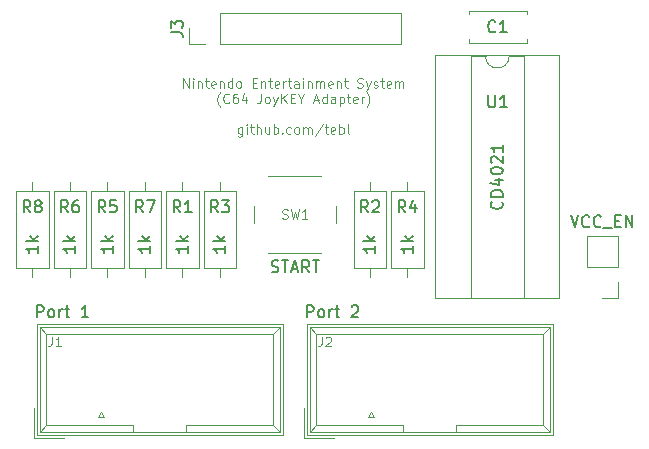
<source format=gto>
G04 #@! TF.GenerationSoftware,KiCad,Pcbnew,(5.1.8)-1*
G04 #@! TF.CreationDate,2022-02-20T21:38:46+01:00*
G04 #@! TF.ProjectId,NES,4e45532e-6b69-4636-9164-5f7063625858,rev?*
G04 #@! TF.SameCoordinates,Original*
G04 #@! TF.FileFunction,Legend,Top*
G04 #@! TF.FilePolarity,Positive*
%FSLAX46Y46*%
G04 Gerber Fmt 4.6, Leading zero omitted, Abs format (unit mm)*
G04 Created by KiCad (PCBNEW (5.1.8)-1) date 2022-02-20 21:38:46*
%MOMM*%
%LPD*%
G01*
G04 APERTURE LIST*
%ADD10C,0.100000*%
%ADD11C,0.120000*%
%ADD12C,0.150000*%
G04 APERTURE END LIST*
D10*
X134703714Y-81977904D02*
X134703714Y-81177904D01*
X135160857Y-81977904D01*
X135160857Y-81177904D01*
X135541809Y-81977904D02*
X135541809Y-81444571D01*
X135541809Y-81177904D02*
X135503714Y-81216000D01*
X135541809Y-81254095D01*
X135579904Y-81216000D01*
X135541809Y-81177904D01*
X135541809Y-81254095D01*
X135922761Y-81444571D02*
X135922761Y-81977904D01*
X135922761Y-81520761D02*
X135960857Y-81482666D01*
X136037047Y-81444571D01*
X136151333Y-81444571D01*
X136227523Y-81482666D01*
X136265619Y-81558857D01*
X136265619Y-81977904D01*
X136532285Y-81444571D02*
X136837047Y-81444571D01*
X136646571Y-81177904D02*
X136646571Y-81863619D01*
X136684666Y-81939809D01*
X136760857Y-81977904D01*
X136837047Y-81977904D01*
X137408476Y-81939809D02*
X137332285Y-81977904D01*
X137179904Y-81977904D01*
X137103714Y-81939809D01*
X137065619Y-81863619D01*
X137065619Y-81558857D01*
X137103714Y-81482666D01*
X137179904Y-81444571D01*
X137332285Y-81444571D01*
X137408476Y-81482666D01*
X137446571Y-81558857D01*
X137446571Y-81635047D01*
X137065619Y-81711238D01*
X137789428Y-81444571D02*
X137789428Y-81977904D01*
X137789428Y-81520761D02*
X137827523Y-81482666D01*
X137903714Y-81444571D01*
X138018000Y-81444571D01*
X138094190Y-81482666D01*
X138132285Y-81558857D01*
X138132285Y-81977904D01*
X138856095Y-81977904D02*
X138856095Y-81177904D01*
X138856095Y-81939809D02*
X138779904Y-81977904D01*
X138627523Y-81977904D01*
X138551333Y-81939809D01*
X138513238Y-81901714D01*
X138475142Y-81825523D01*
X138475142Y-81596952D01*
X138513238Y-81520761D01*
X138551333Y-81482666D01*
X138627523Y-81444571D01*
X138779904Y-81444571D01*
X138856095Y-81482666D01*
X139351333Y-81977904D02*
X139275142Y-81939809D01*
X139237047Y-81901714D01*
X139198952Y-81825523D01*
X139198952Y-81596952D01*
X139237047Y-81520761D01*
X139275142Y-81482666D01*
X139351333Y-81444571D01*
X139465619Y-81444571D01*
X139541809Y-81482666D01*
X139579904Y-81520761D01*
X139618000Y-81596952D01*
X139618000Y-81825523D01*
X139579904Y-81901714D01*
X139541809Y-81939809D01*
X139465619Y-81977904D01*
X139351333Y-81977904D01*
X140570380Y-81558857D02*
X140837047Y-81558857D01*
X140951333Y-81977904D02*
X140570380Y-81977904D01*
X140570380Y-81177904D01*
X140951333Y-81177904D01*
X141294190Y-81444571D02*
X141294190Y-81977904D01*
X141294190Y-81520761D02*
X141332285Y-81482666D01*
X141408476Y-81444571D01*
X141522761Y-81444571D01*
X141598952Y-81482666D01*
X141637047Y-81558857D01*
X141637047Y-81977904D01*
X141903714Y-81444571D02*
X142208476Y-81444571D01*
X142018000Y-81177904D02*
X142018000Y-81863619D01*
X142056095Y-81939809D01*
X142132285Y-81977904D01*
X142208476Y-81977904D01*
X142779904Y-81939809D02*
X142703714Y-81977904D01*
X142551333Y-81977904D01*
X142475142Y-81939809D01*
X142437047Y-81863619D01*
X142437047Y-81558857D01*
X142475142Y-81482666D01*
X142551333Y-81444571D01*
X142703714Y-81444571D01*
X142779904Y-81482666D01*
X142818000Y-81558857D01*
X142818000Y-81635047D01*
X142437047Y-81711238D01*
X143160857Y-81977904D02*
X143160857Y-81444571D01*
X143160857Y-81596952D02*
X143198952Y-81520761D01*
X143237047Y-81482666D01*
X143313238Y-81444571D01*
X143389428Y-81444571D01*
X143541809Y-81444571D02*
X143846571Y-81444571D01*
X143656095Y-81177904D02*
X143656095Y-81863619D01*
X143694190Y-81939809D01*
X143770380Y-81977904D01*
X143846571Y-81977904D01*
X144456095Y-81977904D02*
X144456095Y-81558857D01*
X144418000Y-81482666D01*
X144341809Y-81444571D01*
X144189428Y-81444571D01*
X144113238Y-81482666D01*
X144456095Y-81939809D02*
X144379904Y-81977904D01*
X144189428Y-81977904D01*
X144113238Y-81939809D01*
X144075142Y-81863619D01*
X144075142Y-81787428D01*
X144113238Y-81711238D01*
X144189428Y-81673142D01*
X144379904Y-81673142D01*
X144456095Y-81635047D01*
X144837047Y-81977904D02*
X144837047Y-81444571D01*
X144837047Y-81177904D02*
X144798952Y-81216000D01*
X144837047Y-81254095D01*
X144875142Y-81216000D01*
X144837047Y-81177904D01*
X144837047Y-81254095D01*
X145218000Y-81444571D02*
X145218000Y-81977904D01*
X145218000Y-81520761D02*
X145256095Y-81482666D01*
X145332285Y-81444571D01*
X145446571Y-81444571D01*
X145522761Y-81482666D01*
X145560857Y-81558857D01*
X145560857Y-81977904D01*
X145941809Y-81977904D02*
X145941809Y-81444571D01*
X145941809Y-81520761D02*
X145979904Y-81482666D01*
X146056095Y-81444571D01*
X146170380Y-81444571D01*
X146246571Y-81482666D01*
X146284666Y-81558857D01*
X146284666Y-81977904D01*
X146284666Y-81558857D02*
X146322761Y-81482666D01*
X146398952Y-81444571D01*
X146513238Y-81444571D01*
X146589428Y-81482666D01*
X146627523Y-81558857D01*
X146627523Y-81977904D01*
X147313238Y-81939809D02*
X147237047Y-81977904D01*
X147084666Y-81977904D01*
X147008476Y-81939809D01*
X146970380Y-81863619D01*
X146970380Y-81558857D01*
X147008476Y-81482666D01*
X147084666Y-81444571D01*
X147237047Y-81444571D01*
X147313238Y-81482666D01*
X147351333Y-81558857D01*
X147351333Y-81635047D01*
X146970380Y-81711238D01*
X147694190Y-81444571D02*
X147694190Y-81977904D01*
X147694190Y-81520761D02*
X147732285Y-81482666D01*
X147808476Y-81444571D01*
X147922761Y-81444571D01*
X147998952Y-81482666D01*
X148037047Y-81558857D01*
X148037047Y-81977904D01*
X148303714Y-81444571D02*
X148608476Y-81444571D01*
X148418000Y-81177904D02*
X148418000Y-81863619D01*
X148456095Y-81939809D01*
X148532285Y-81977904D01*
X148608476Y-81977904D01*
X149446571Y-81939809D02*
X149560857Y-81977904D01*
X149751333Y-81977904D01*
X149827523Y-81939809D01*
X149865619Y-81901714D01*
X149903714Y-81825523D01*
X149903714Y-81749333D01*
X149865619Y-81673142D01*
X149827523Y-81635047D01*
X149751333Y-81596952D01*
X149598952Y-81558857D01*
X149522761Y-81520761D01*
X149484666Y-81482666D01*
X149446571Y-81406476D01*
X149446571Y-81330285D01*
X149484666Y-81254095D01*
X149522761Y-81216000D01*
X149598952Y-81177904D01*
X149789428Y-81177904D01*
X149903714Y-81216000D01*
X150170380Y-81444571D02*
X150360857Y-81977904D01*
X150551333Y-81444571D02*
X150360857Y-81977904D01*
X150284666Y-82168380D01*
X150246571Y-82206476D01*
X150170380Y-82244571D01*
X150818000Y-81939809D02*
X150894190Y-81977904D01*
X151046571Y-81977904D01*
X151122761Y-81939809D01*
X151160857Y-81863619D01*
X151160857Y-81825523D01*
X151122761Y-81749333D01*
X151046571Y-81711238D01*
X150932285Y-81711238D01*
X150856095Y-81673142D01*
X150818000Y-81596952D01*
X150818000Y-81558857D01*
X150856095Y-81482666D01*
X150932285Y-81444571D01*
X151046571Y-81444571D01*
X151122761Y-81482666D01*
X151389428Y-81444571D02*
X151694190Y-81444571D01*
X151503714Y-81177904D02*
X151503714Y-81863619D01*
X151541809Y-81939809D01*
X151618000Y-81977904D01*
X151694190Y-81977904D01*
X152265619Y-81939809D02*
X152189428Y-81977904D01*
X152037047Y-81977904D01*
X151960857Y-81939809D01*
X151922761Y-81863619D01*
X151922761Y-81558857D01*
X151960857Y-81482666D01*
X152037047Y-81444571D01*
X152189428Y-81444571D01*
X152265619Y-81482666D01*
X152303714Y-81558857D01*
X152303714Y-81635047D01*
X151922761Y-81711238D01*
X152646571Y-81977904D02*
X152646571Y-81444571D01*
X152646571Y-81520761D02*
X152684666Y-81482666D01*
X152760857Y-81444571D01*
X152875142Y-81444571D01*
X152951333Y-81482666D01*
X152989428Y-81558857D01*
X152989428Y-81977904D01*
X152989428Y-81558857D02*
X153027523Y-81482666D01*
X153103714Y-81444571D01*
X153218000Y-81444571D01*
X153294190Y-81482666D01*
X153332285Y-81558857D01*
X153332285Y-81977904D01*
X137808476Y-83582666D02*
X137770380Y-83544571D01*
X137694190Y-83430285D01*
X137656095Y-83354095D01*
X137618000Y-83239809D01*
X137579904Y-83049333D01*
X137579904Y-82896952D01*
X137618000Y-82706476D01*
X137656095Y-82592190D01*
X137694190Y-82516000D01*
X137770380Y-82401714D01*
X137808476Y-82363619D01*
X138570380Y-83201714D02*
X138532285Y-83239809D01*
X138418000Y-83277904D01*
X138341809Y-83277904D01*
X138227523Y-83239809D01*
X138151333Y-83163619D01*
X138113238Y-83087428D01*
X138075142Y-82935047D01*
X138075142Y-82820761D01*
X138113238Y-82668380D01*
X138151333Y-82592190D01*
X138227523Y-82516000D01*
X138341809Y-82477904D01*
X138418000Y-82477904D01*
X138532285Y-82516000D01*
X138570380Y-82554095D01*
X139256095Y-82477904D02*
X139103714Y-82477904D01*
X139027523Y-82516000D01*
X138989428Y-82554095D01*
X138913238Y-82668380D01*
X138875142Y-82820761D01*
X138875142Y-83125523D01*
X138913238Y-83201714D01*
X138951333Y-83239809D01*
X139027523Y-83277904D01*
X139179904Y-83277904D01*
X139256095Y-83239809D01*
X139294190Y-83201714D01*
X139332285Y-83125523D01*
X139332285Y-82935047D01*
X139294190Y-82858857D01*
X139256095Y-82820761D01*
X139179904Y-82782666D01*
X139027523Y-82782666D01*
X138951333Y-82820761D01*
X138913238Y-82858857D01*
X138875142Y-82935047D01*
X140018000Y-82744571D02*
X140018000Y-83277904D01*
X139827523Y-82439809D02*
X139637047Y-83011238D01*
X140132285Y-83011238D01*
X141275142Y-82477904D02*
X141275142Y-83049333D01*
X141237047Y-83163619D01*
X141160857Y-83239809D01*
X141046571Y-83277904D01*
X140970380Y-83277904D01*
X141770380Y-83277904D02*
X141694190Y-83239809D01*
X141656095Y-83201714D01*
X141618000Y-83125523D01*
X141618000Y-82896952D01*
X141656095Y-82820761D01*
X141694190Y-82782666D01*
X141770380Y-82744571D01*
X141884666Y-82744571D01*
X141960857Y-82782666D01*
X141998952Y-82820761D01*
X142037047Y-82896952D01*
X142037047Y-83125523D01*
X141998952Y-83201714D01*
X141960857Y-83239809D01*
X141884666Y-83277904D01*
X141770380Y-83277904D01*
X142303714Y-82744571D02*
X142494190Y-83277904D01*
X142684666Y-82744571D02*
X142494190Y-83277904D01*
X142418000Y-83468380D01*
X142379904Y-83506476D01*
X142303714Y-83544571D01*
X142989428Y-83277904D02*
X142989428Y-82477904D01*
X143446571Y-83277904D02*
X143103714Y-82820761D01*
X143446571Y-82477904D02*
X142989428Y-82935047D01*
X143789428Y-82858857D02*
X144056095Y-82858857D01*
X144170380Y-83277904D02*
X143789428Y-83277904D01*
X143789428Y-82477904D01*
X144170380Y-82477904D01*
X144665619Y-82896952D02*
X144665619Y-83277904D01*
X144398952Y-82477904D02*
X144665619Y-82896952D01*
X144932285Y-82477904D01*
X145770380Y-83049333D02*
X146151333Y-83049333D01*
X145694190Y-83277904D02*
X145960857Y-82477904D01*
X146227523Y-83277904D01*
X146837047Y-83277904D02*
X146837047Y-82477904D01*
X146837047Y-83239809D02*
X146760857Y-83277904D01*
X146608476Y-83277904D01*
X146532285Y-83239809D01*
X146494190Y-83201714D01*
X146456095Y-83125523D01*
X146456095Y-82896952D01*
X146494190Y-82820761D01*
X146532285Y-82782666D01*
X146608476Y-82744571D01*
X146760857Y-82744571D01*
X146837047Y-82782666D01*
X147560857Y-83277904D02*
X147560857Y-82858857D01*
X147522761Y-82782666D01*
X147446571Y-82744571D01*
X147294190Y-82744571D01*
X147218000Y-82782666D01*
X147560857Y-83239809D02*
X147484666Y-83277904D01*
X147294190Y-83277904D01*
X147218000Y-83239809D01*
X147179904Y-83163619D01*
X147179904Y-83087428D01*
X147218000Y-83011238D01*
X147294190Y-82973142D01*
X147484666Y-82973142D01*
X147560857Y-82935047D01*
X147941809Y-82744571D02*
X147941809Y-83544571D01*
X147941809Y-82782666D02*
X148018000Y-82744571D01*
X148170380Y-82744571D01*
X148246571Y-82782666D01*
X148284666Y-82820761D01*
X148322761Y-82896952D01*
X148322761Y-83125523D01*
X148284666Y-83201714D01*
X148246571Y-83239809D01*
X148170380Y-83277904D01*
X148018000Y-83277904D01*
X147941809Y-83239809D01*
X148551333Y-82744571D02*
X148856095Y-82744571D01*
X148665619Y-82477904D02*
X148665619Y-83163619D01*
X148703714Y-83239809D01*
X148779904Y-83277904D01*
X148856095Y-83277904D01*
X149427523Y-83239809D02*
X149351333Y-83277904D01*
X149198952Y-83277904D01*
X149122761Y-83239809D01*
X149084666Y-83163619D01*
X149084666Y-82858857D01*
X149122761Y-82782666D01*
X149198952Y-82744571D01*
X149351333Y-82744571D01*
X149427523Y-82782666D01*
X149465619Y-82858857D01*
X149465619Y-82935047D01*
X149084666Y-83011238D01*
X149808476Y-83277904D02*
X149808476Y-82744571D01*
X149808476Y-82896952D02*
X149846571Y-82820761D01*
X149884666Y-82782666D01*
X149960857Y-82744571D01*
X150037047Y-82744571D01*
X150227523Y-83582666D02*
X150265619Y-83544571D01*
X150341809Y-83430285D01*
X150379904Y-83354095D01*
X150418000Y-83239809D01*
X150456095Y-83049333D01*
X150456095Y-82896952D01*
X150418000Y-82706476D01*
X150379904Y-82592190D01*
X150341809Y-82516000D01*
X150265619Y-82401714D01*
X150227523Y-82363619D01*
X139694190Y-85344571D02*
X139694190Y-85992190D01*
X139656095Y-86068380D01*
X139618000Y-86106476D01*
X139541809Y-86144571D01*
X139427523Y-86144571D01*
X139351333Y-86106476D01*
X139694190Y-85839809D02*
X139618000Y-85877904D01*
X139465619Y-85877904D01*
X139389428Y-85839809D01*
X139351333Y-85801714D01*
X139313238Y-85725523D01*
X139313238Y-85496952D01*
X139351333Y-85420761D01*
X139389428Y-85382666D01*
X139465619Y-85344571D01*
X139618000Y-85344571D01*
X139694190Y-85382666D01*
X140075142Y-85877904D02*
X140075142Y-85344571D01*
X140075142Y-85077904D02*
X140037047Y-85116000D01*
X140075142Y-85154095D01*
X140113238Y-85116000D01*
X140075142Y-85077904D01*
X140075142Y-85154095D01*
X140341809Y-85344571D02*
X140646571Y-85344571D01*
X140456095Y-85077904D02*
X140456095Y-85763619D01*
X140494190Y-85839809D01*
X140570380Y-85877904D01*
X140646571Y-85877904D01*
X140913238Y-85877904D02*
X140913238Y-85077904D01*
X141256095Y-85877904D02*
X141256095Y-85458857D01*
X141218000Y-85382666D01*
X141141809Y-85344571D01*
X141027523Y-85344571D01*
X140951333Y-85382666D01*
X140913238Y-85420761D01*
X141979904Y-85344571D02*
X141979904Y-85877904D01*
X141637047Y-85344571D02*
X141637047Y-85763619D01*
X141675142Y-85839809D01*
X141751333Y-85877904D01*
X141865619Y-85877904D01*
X141941809Y-85839809D01*
X141979904Y-85801714D01*
X142360857Y-85877904D02*
X142360857Y-85077904D01*
X142360857Y-85382666D02*
X142437047Y-85344571D01*
X142589428Y-85344571D01*
X142665619Y-85382666D01*
X142703714Y-85420761D01*
X142741809Y-85496952D01*
X142741809Y-85725523D01*
X142703714Y-85801714D01*
X142665619Y-85839809D01*
X142589428Y-85877904D01*
X142437047Y-85877904D01*
X142360857Y-85839809D01*
X143084666Y-85801714D02*
X143122761Y-85839809D01*
X143084666Y-85877904D01*
X143046571Y-85839809D01*
X143084666Y-85801714D01*
X143084666Y-85877904D01*
X143808476Y-85839809D02*
X143732285Y-85877904D01*
X143579904Y-85877904D01*
X143503714Y-85839809D01*
X143465619Y-85801714D01*
X143427523Y-85725523D01*
X143427523Y-85496952D01*
X143465619Y-85420761D01*
X143503714Y-85382666D01*
X143579904Y-85344571D01*
X143732285Y-85344571D01*
X143808476Y-85382666D01*
X144265619Y-85877904D02*
X144189428Y-85839809D01*
X144151333Y-85801714D01*
X144113238Y-85725523D01*
X144113238Y-85496952D01*
X144151333Y-85420761D01*
X144189428Y-85382666D01*
X144265619Y-85344571D01*
X144379904Y-85344571D01*
X144456095Y-85382666D01*
X144494190Y-85420761D01*
X144532285Y-85496952D01*
X144532285Y-85725523D01*
X144494190Y-85801714D01*
X144456095Y-85839809D01*
X144379904Y-85877904D01*
X144265619Y-85877904D01*
X144875142Y-85877904D02*
X144875142Y-85344571D01*
X144875142Y-85420761D02*
X144913238Y-85382666D01*
X144989428Y-85344571D01*
X145103714Y-85344571D01*
X145179904Y-85382666D01*
X145218000Y-85458857D01*
X145218000Y-85877904D01*
X145218000Y-85458857D02*
X145256095Y-85382666D01*
X145332285Y-85344571D01*
X145446571Y-85344571D01*
X145522761Y-85382666D01*
X145560857Y-85458857D01*
X145560857Y-85877904D01*
X146513238Y-85039809D02*
X145827523Y-86068380D01*
X146665619Y-85344571D02*
X146970380Y-85344571D01*
X146779904Y-85077904D02*
X146779904Y-85763619D01*
X146818000Y-85839809D01*
X146894190Y-85877904D01*
X146970380Y-85877904D01*
X147541809Y-85839809D02*
X147465619Y-85877904D01*
X147313238Y-85877904D01*
X147237047Y-85839809D01*
X147198952Y-85763619D01*
X147198952Y-85458857D01*
X147237047Y-85382666D01*
X147313238Y-85344571D01*
X147465619Y-85344571D01*
X147541809Y-85382666D01*
X147579904Y-85458857D01*
X147579904Y-85535047D01*
X147198952Y-85611238D01*
X147922761Y-85877904D02*
X147922761Y-85077904D01*
X147922761Y-85382666D02*
X147998952Y-85344571D01*
X148151333Y-85344571D01*
X148227523Y-85382666D01*
X148265619Y-85420761D01*
X148303714Y-85496952D01*
X148303714Y-85725523D01*
X148265619Y-85801714D01*
X148227523Y-85839809D01*
X148151333Y-85877904D01*
X147998952Y-85877904D01*
X147922761Y-85839809D01*
X148760857Y-85877904D02*
X148684666Y-85839809D01*
X148646571Y-85763619D01*
X148646571Y-85077904D01*
D11*
X150808500Y-109835438D02*
X150308500Y-109835438D01*
X150308500Y-109835438D02*
X150558500Y-109402425D01*
X150558500Y-109402425D02*
X150808500Y-109835438D01*
X144895000Y-111605000D02*
X144895000Y-109065000D01*
X144895000Y-111605000D02*
X147435000Y-111605000D01*
X145145000Y-111355000D02*
X145145000Y-102005000D01*
X166005000Y-111355000D02*
X145145000Y-111355000D01*
X166005000Y-102005000D02*
X166005000Y-111355000D01*
X145145000Y-102005000D02*
X166005000Y-102005000D01*
D10*
X165755000Y-111105000D02*
X165195000Y-110555000D01*
X145395000Y-111105000D02*
X145935000Y-110555000D01*
X165755000Y-102255000D02*
X165195000Y-102805000D01*
X145395000Y-102255000D02*
X145935000Y-102805000D01*
X165195000Y-102805000D02*
X165195000Y-110555000D01*
X165755000Y-102255000D02*
X165755000Y-111105000D01*
X145935000Y-102805000D02*
X145935000Y-110555000D01*
X145395000Y-102255000D02*
X145395000Y-111105000D01*
X157825000Y-110555000D02*
X157825000Y-111105000D01*
X153325000Y-110555000D02*
X153325000Y-111105000D01*
X157825000Y-110555000D02*
X165195000Y-110555000D01*
X145935000Y-110555000D02*
X153325000Y-110555000D01*
X145395000Y-111105000D02*
X165755000Y-111105000D01*
X145935000Y-102805000D02*
X165195000Y-102805000D01*
X145395000Y-102255000D02*
X165755000Y-102255000D01*
D11*
X158860000Y-75780000D02*
X158860000Y-75465000D01*
X158860000Y-78205000D02*
X158860000Y-77890000D01*
X163800000Y-75780000D02*
X163800000Y-75465000D01*
X163800000Y-78205000D02*
X163800000Y-77890000D01*
X163800000Y-75465000D02*
X158860000Y-75465000D01*
X163800000Y-78205000D02*
X158860000Y-78205000D01*
X127948500Y-109835438D02*
X127448500Y-109835438D01*
X127448500Y-109835438D02*
X127698500Y-109402425D01*
X127698500Y-109402425D02*
X127948500Y-109835438D01*
X122035000Y-111605000D02*
X122035000Y-109065000D01*
X122035000Y-111605000D02*
X124575000Y-111605000D01*
X122285000Y-111355000D02*
X122285000Y-102005000D01*
X143145000Y-111355000D02*
X122285000Y-111355000D01*
X143145000Y-102005000D02*
X143145000Y-111355000D01*
X122285000Y-102005000D02*
X143145000Y-102005000D01*
D10*
X142895000Y-111105000D02*
X142335000Y-110555000D01*
X122535000Y-111105000D02*
X123075000Y-110555000D01*
X142895000Y-102255000D02*
X142335000Y-102805000D01*
X122535000Y-102255000D02*
X123075000Y-102805000D01*
X142335000Y-102805000D02*
X142335000Y-110555000D01*
X142895000Y-102255000D02*
X142895000Y-111105000D01*
X123075000Y-102805000D02*
X123075000Y-110555000D01*
X122535000Y-102255000D02*
X122535000Y-111105000D01*
X134965000Y-110555000D02*
X134965000Y-111105000D01*
X130465000Y-110555000D02*
X130465000Y-111105000D01*
X134965000Y-110555000D02*
X142335000Y-110555000D01*
X123075000Y-110555000D02*
X130465000Y-110555000D01*
X122535000Y-111105000D02*
X142895000Y-111105000D01*
X123075000Y-102805000D02*
X142335000Y-102805000D01*
X122535000Y-102255000D02*
X142895000Y-102255000D01*
D11*
X141895000Y-95960000D02*
X146395000Y-95960000D01*
X140645000Y-91960000D02*
X140645000Y-93460000D01*
X146395000Y-89460000D02*
X141895000Y-89460000D01*
X147645000Y-93460000D02*
X147645000Y-91960000D01*
X171510000Y-94555000D02*
X168850000Y-94555000D01*
X171510000Y-97155000D02*
X171510000Y-94555000D01*
X168850000Y-97155000D02*
X168850000Y-94555000D01*
X171510000Y-97155000D02*
X168850000Y-97155000D01*
X171510000Y-98425000D02*
X171510000Y-99755000D01*
X171510000Y-99755000D02*
X170180000Y-99755000D01*
X135990000Y-90710000D02*
X133250000Y-90710000D01*
X133250000Y-90710000D02*
X133250000Y-97250000D01*
X133250000Y-97250000D02*
X135990000Y-97250000D01*
X135990000Y-97250000D02*
X135990000Y-90710000D01*
X134620000Y-89940000D02*
X134620000Y-90710000D01*
X134620000Y-98020000D02*
X134620000Y-97250000D01*
X150495000Y-98020000D02*
X150495000Y-97250000D01*
X150495000Y-89940000D02*
X150495000Y-90710000D01*
X151865000Y-97250000D02*
X151865000Y-90710000D01*
X149125000Y-97250000D02*
X151865000Y-97250000D01*
X149125000Y-90710000D02*
X149125000Y-97250000D01*
X151865000Y-90710000D02*
X149125000Y-90710000D01*
X139165000Y-90710000D02*
X136425000Y-90710000D01*
X136425000Y-90710000D02*
X136425000Y-97250000D01*
X136425000Y-97250000D02*
X139165000Y-97250000D01*
X139165000Y-97250000D02*
X139165000Y-90710000D01*
X137795000Y-89940000D02*
X137795000Y-90710000D01*
X137795000Y-98020000D02*
X137795000Y-97250000D01*
X153670000Y-98020000D02*
X153670000Y-97250000D01*
X153670000Y-89940000D02*
X153670000Y-90710000D01*
X155040000Y-97250000D02*
X155040000Y-90710000D01*
X152300000Y-97250000D02*
X155040000Y-97250000D01*
X152300000Y-90710000D02*
X152300000Y-97250000D01*
X155040000Y-90710000D02*
X152300000Y-90710000D01*
X129640000Y-90710000D02*
X126900000Y-90710000D01*
X126900000Y-90710000D02*
X126900000Y-97250000D01*
X126900000Y-97250000D02*
X129640000Y-97250000D01*
X129640000Y-97250000D02*
X129640000Y-90710000D01*
X128270000Y-89940000D02*
X128270000Y-90710000D01*
X128270000Y-98020000D02*
X128270000Y-97250000D01*
X125095000Y-98020000D02*
X125095000Y-97250000D01*
X125095000Y-89940000D02*
X125095000Y-90710000D01*
X126465000Y-97250000D02*
X126465000Y-90710000D01*
X123725000Y-97250000D02*
X126465000Y-97250000D01*
X123725000Y-90710000D02*
X123725000Y-97250000D01*
X126465000Y-90710000D02*
X123725000Y-90710000D01*
X132815000Y-90710000D02*
X130075000Y-90710000D01*
X130075000Y-90710000D02*
X130075000Y-97250000D01*
X130075000Y-97250000D02*
X132815000Y-97250000D01*
X132815000Y-97250000D02*
X132815000Y-90710000D01*
X131445000Y-89940000D02*
X131445000Y-90710000D01*
X131445000Y-98020000D02*
X131445000Y-97250000D01*
X121920000Y-98020000D02*
X121920000Y-97250000D01*
X121920000Y-89940000D02*
X121920000Y-90710000D01*
X123290000Y-97250000D02*
X123290000Y-90710000D01*
X120550000Y-97250000D02*
X123290000Y-97250000D01*
X120550000Y-90710000D02*
X120550000Y-97250000D01*
X123290000Y-90710000D02*
X120550000Y-90710000D01*
X166540000Y-79255000D02*
X156040000Y-79255000D01*
X166540000Y-99815000D02*
X166540000Y-79255000D01*
X156040000Y-99815000D02*
X166540000Y-99815000D01*
X156040000Y-79255000D02*
X156040000Y-99815000D01*
X163540000Y-79315000D02*
X162290000Y-79315000D01*
X163540000Y-99755000D02*
X163540000Y-79315000D01*
X159040000Y-99755000D02*
X163540000Y-99755000D01*
X159040000Y-79315000D02*
X159040000Y-99755000D01*
X160290000Y-79315000D02*
X159040000Y-79315000D01*
X162290000Y-79315000D02*
G75*
G02*
X160290000Y-79315000I-1000000J0D01*
G01*
X135195000Y-78292000D02*
X135195000Y-76962000D01*
X136525000Y-78292000D02*
X135195000Y-78292000D01*
X137795000Y-78292000D02*
X137795000Y-75632000D01*
X137795000Y-75632000D02*
X153095000Y-75632000D01*
X137795000Y-78292000D02*
X153095000Y-78292000D01*
X153095000Y-78292000D02*
X153095000Y-75632000D01*
D10*
X146418333Y-103066904D02*
X146418333Y-103638333D01*
X146380238Y-103752619D01*
X146304047Y-103828809D01*
X146189761Y-103866904D01*
X146113571Y-103866904D01*
X146761190Y-103143095D02*
X146799285Y-103105000D01*
X146875476Y-103066904D01*
X147065952Y-103066904D01*
X147142142Y-103105000D01*
X147180238Y-103143095D01*
X147218333Y-103219285D01*
X147218333Y-103295476D01*
X147180238Y-103409761D01*
X146723095Y-103866904D01*
X147218333Y-103866904D01*
D12*
X145153333Y-101417380D02*
X145153333Y-100417380D01*
X145534285Y-100417380D01*
X145629523Y-100465000D01*
X145677142Y-100512619D01*
X145724761Y-100607857D01*
X145724761Y-100750714D01*
X145677142Y-100845952D01*
X145629523Y-100893571D01*
X145534285Y-100941190D01*
X145153333Y-100941190D01*
X146296190Y-101417380D02*
X146200952Y-101369761D01*
X146153333Y-101322142D01*
X146105714Y-101226904D01*
X146105714Y-100941190D01*
X146153333Y-100845952D01*
X146200952Y-100798333D01*
X146296190Y-100750714D01*
X146439047Y-100750714D01*
X146534285Y-100798333D01*
X146581904Y-100845952D01*
X146629523Y-100941190D01*
X146629523Y-101226904D01*
X146581904Y-101322142D01*
X146534285Y-101369761D01*
X146439047Y-101417380D01*
X146296190Y-101417380D01*
X147058095Y-101417380D02*
X147058095Y-100750714D01*
X147058095Y-100941190D02*
X147105714Y-100845952D01*
X147153333Y-100798333D01*
X147248571Y-100750714D01*
X147343809Y-100750714D01*
X147534285Y-100750714D02*
X147915238Y-100750714D01*
X147677142Y-100417380D02*
X147677142Y-101274523D01*
X147724761Y-101369761D01*
X147820000Y-101417380D01*
X147915238Y-101417380D01*
X148962857Y-100512619D02*
X149010476Y-100465000D01*
X149105714Y-100417380D01*
X149343809Y-100417380D01*
X149439047Y-100465000D01*
X149486666Y-100512619D01*
X149534285Y-100607857D01*
X149534285Y-100703095D01*
X149486666Y-100845952D01*
X148915238Y-101417380D01*
X149534285Y-101417380D01*
X161123333Y-77192142D02*
X161075714Y-77239761D01*
X160932857Y-77287380D01*
X160837619Y-77287380D01*
X160694761Y-77239761D01*
X160599523Y-77144523D01*
X160551904Y-77049285D01*
X160504285Y-76858809D01*
X160504285Y-76715952D01*
X160551904Y-76525476D01*
X160599523Y-76430238D01*
X160694761Y-76335000D01*
X160837619Y-76287380D01*
X160932857Y-76287380D01*
X161075714Y-76335000D01*
X161123333Y-76382619D01*
X162075714Y-77287380D02*
X161504285Y-77287380D01*
X161790000Y-77287380D02*
X161790000Y-76287380D01*
X161694761Y-76430238D01*
X161599523Y-76525476D01*
X161504285Y-76573095D01*
D10*
X123558333Y-103066904D02*
X123558333Y-103638333D01*
X123520238Y-103752619D01*
X123444047Y-103828809D01*
X123329761Y-103866904D01*
X123253571Y-103866904D01*
X124358333Y-103866904D02*
X123901190Y-103866904D01*
X124129761Y-103866904D02*
X124129761Y-103066904D01*
X124053571Y-103181190D01*
X123977380Y-103257380D01*
X123901190Y-103295476D01*
D12*
X122293333Y-101417380D02*
X122293333Y-100417380D01*
X122674285Y-100417380D01*
X122769523Y-100465000D01*
X122817142Y-100512619D01*
X122864761Y-100607857D01*
X122864761Y-100750714D01*
X122817142Y-100845952D01*
X122769523Y-100893571D01*
X122674285Y-100941190D01*
X122293333Y-100941190D01*
X123436190Y-101417380D02*
X123340952Y-101369761D01*
X123293333Y-101322142D01*
X123245714Y-101226904D01*
X123245714Y-100941190D01*
X123293333Y-100845952D01*
X123340952Y-100798333D01*
X123436190Y-100750714D01*
X123579047Y-100750714D01*
X123674285Y-100798333D01*
X123721904Y-100845952D01*
X123769523Y-100941190D01*
X123769523Y-101226904D01*
X123721904Y-101322142D01*
X123674285Y-101369761D01*
X123579047Y-101417380D01*
X123436190Y-101417380D01*
X124198095Y-101417380D02*
X124198095Y-100750714D01*
X124198095Y-100941190D02*
X124245714Y-100845952D01*
X124293333Y-100798333D01*
X124388571Y-100750714D01*
X124483809Y-100750714D01*
X124674285Y-100750714D02*
X125055238Y-100750714D01*
X124817142Y-100417380D02*
X124817142Y-101274523D01*
X124864761Y-101369761D01*
X124960000Y-101417380D01*
X125055238Y-101417380D01*
X126674285Y-101417380D02*
X126102857Y-101417380D01*
X126388571Y-101417380D02*
X126388571Y-100417380D01*
X126293333Y-100560238D01*
X126198095Y-100655476D01*
X126102857Y-100703095D01*
X142168809Y-97564761D02*
X142311666Y-97612380D01*
X142549761Y-97612380D01*
X142645000Y-97564761D01*
X142692619Y-97517142D01*
X142740238Y-97421904D01*
X142740238Y-97326666D01*
X142692619Y-97231428D01*
X142645000Y-97183809D01*
X142549761Y-97136190D01*
X142359285Y-97088571D01*
X142264047Y-97040952D01*
X142216428Y-96993333D01*
X142168809Y-96898095D01*
X142168809Y-96802857D01*
X142216428Y-96707619D01*
X142264047Y-96660000D01*
X142359285Y-96612380D01*
X142597380Y-96612380D01*
X142740238Y-96660000D01*
X143025952Y-96612380D02*
X143597380Y-96612380D01*
X143311666Y-97612380D02*
X143311666Y-96612380D01*
X143883095Y-97326666D02*
X144359285Y-97326666D01*
X143787857Y-97612380D02*
X144121190Y-96612380D01*
X144454523Y-97612380D01*
X145359285Y-97612380D02*
X145025952Y-97136190D01*
X144787857Y-97612380D02*
X144787857Y-96612380D01*
X145168809Y-96612380D01*
X145264047Y-96660000D01*
X145311666Y-96707619D01*
X145359285Y-96802857D01*
X145359285Y-96945714D01*
X145311666Y-97040952D01*
X145264047Y-97088571D01*
X145168809Y-97136190D01*
X144787857Y-97136190D01*
X145645000Y-96612380D02*
X146216428Y-96612380D01*
X145930714Y-97612380D02*
X145930714Y-96612380D01*
D10*
X143078333Y-93033809D02*
X143192619Y-93071904D01*
X143383095Y-93071904D01*
X143459285Y-93033809D01*
X143497380Y-92995714D01*
X143535476Y-92919523D01*
X143535476Y-92843333D01*
X143497380Y-92767142D01*
X143459285Y-92729047D01*
X143383095Y-92690952D01*
X143230714Y-92652857D01*
X143154523Y-92614761D01*
X143116428Y-92576666D01*
X143078333Y-92500476D01*
X143078333Y-92424285D01*
X143116428Y-92348095D01*
X143154523Y-92310000D01*
X143230714Y-92271904D01*
X143421190Y-92271904D01*
X143535476Y-92310000D01*
X143802142Y-92271904D02*
X143992619Y-93071904D01*
X144145000Y-92500476D01*
X144297380Y-93071904D01*
X144487857Y-92271904D01*
X145211666Y-93071904D02*
X144754523Y-93071904D01*
X144983095Y-93071904D02*
X144983095Y-92271904D01*
X144906904Y-92386190D01*
X144830714Y-92462380D01*
X144754523Y-92500476D01*
D12*
X167489523Y-92797380D02*
X167822857Y-93797380D01*
X168156190Y-92797380D01*
X169060952Y-93702142D02*
X169013333Y-93749761D01*
X168870476Y-93797380D01*
X168775238Y-93797380D01*
X168632380Y-93749761D01*
X168537142Y-93654523D01*
X168489523Y-93559285D01*
X168441904Y-93368809D01*
X168441904Y-93225952D01*
X168489523Y-93035476D01*
X168537142Y-92940238D01*
X168632380Y-92845000D01*
X168775238Y-92797380D01*
X168870476Y-92797380D01*
X169013333Y-92845000D01*
X169060952Y-92892619D01*
X170060952Y-93702142D02*
X170013333Y-93749761D01*
X169870476Y-93797380D01*
X169775238Y-93797380D01*
X169632380Y-93749761D01*
X169537142Y-93654523D01*
X169489523Y-93559285D01*
X169441904Y-93368809D01*
X169441904Y-93225952D01*
X169489523Y-93035476D01*
X169537142Y-92940238D01*
X169632380Y-92845000D01*
X169775238Y-92797380D01*
X169870476Y-92797380D01*
X170013333Y-92845000D01*
X170060952Y-92892619D01*
X170251428Y-93892619D02*
X171013333Y-93892619D01*
X171251428Y-93273571D02*
X171584761Y-93273571D01*
X171727619Y-93797380D02*
X171251428Y-93797380D01*
X171251428Y-92797380D01*
X171727619Y-92797380D01*
X172156190Y-93797380D02*
X172156190Y-92797380D01*
X172727619Y-93797380D01*
X172727619Y-92797380D01*
X134453333Y-92527380D02*
X134120000Y-92051190D01*
X133881904Y-92527380D02*
X133881904Y-91527380D01*
X134262857Y-91527380D01*
X134358095Y-91575000D01*
X134405714Y-91622619D01*
X134453333Y-91717857D01*
X134453333Y-91860714D01*
X134405714Y-91955952D01*
X134358095Y-92003571D01*
X134262857Y-92051190D01*
X133881904Y-92051190D01*
X135405714Y-92527380D02*
X134834285Y-92527380D01*
X135120000Y-92527380D02*
X135120000Y-91527380D01*
X135024761Y-91670238D01*
X134929523Y-91765476D01*
X134834285Y-91813095D01*
X135072380Y-95369047D02*
X135072380Y-95940476D01*
X135072380Y-95654761D02*
X134072380Y-95654761D01*
X134215238Y-95750000D01*
X134310476Y-95845238D01*
X134358095Y-95940476D01*
X135072380Y-94940476D02*
X134072380Y-94940476D01*
X134691428Y-94845238D02*
X135072380Y-94559523D01*
X134405714Y-94559523D02*
X134786666Y-94940476D01*
X150328333Y-92527380D02*
X149995000Y-92051190D01*
X149756904Y-92527380D02*
X149756904Y-91527380D01*
X150137857Y-91527380D01*
X150233095Y-91575000D01*
X150280714Y-91622619D01*
X150328333Y-91717857D01*
X150328333Y-91860714D01*
X150280714Y-91955952D01*
X150233095Y-92003571D01*
X150137857Y-92051190D01*
X149756904Y-92051190D01*
X150709285Y-91622619D02*
X150756904Y-91575000D01*
X150852142Y-91527380D01*
X151090238Y-91527380D01*
X151185476Y-91575000D01*
X151233095Y-91622619D01*
X151280714Y-91717857D01*
X151280714Y-91813095D01*
X151233095Y-91955952D01*
X150661666Y-92527380D01*
X151280714Y-92527380D01*
X150947380Y-95369047D02*
X150947380Y-95940476D01*
X150947380Y-95654761D02*
X149947380Y-95654761D01*
X150090238Y-95750000D01*
X150185476Y-95845238D01*
X150233095Y-95940476D01*
X150947380Y-94940476D02*
X149947380Y-94940476D01*
X150566428Y-94845238D02*
X150947380Y-94559523D01*
X150280714Y-94559523D02*
X150661666Y-94940476D01*
X137628333Y-92527380D02*
X137295000Y-92051190D01*
X137056904Y-92527380D02*
X137056904Y-91527380D01*
X137437857Y-91527380D01*
X137533095Y-91575000D01*
X137580714Y-91622619D01*
X137628333Y-91717857D01*
X137628333Y-91860714D01*
X137580714Y-91955952D01*
X137533095Y-92003571D01*
X137437857Y-92051190D01*
X137056904Y-92051190D01*
X137961666Y-91527380D02*
X138580714Y-91527380D01*
X138247380Y-91908333D01*
X138390238Y-91908333D01*
X138485476Y-91955952D01*
X138533095Y-92003571D01*
X138580714Y-92098809D01*
X138580714Y-92336904D01*
X138533095Y-92432142D01*
X138485476Y-92479761D01*
X138390238Y-92527380D01*
X138104523Y-92527380D01*
X138009285Y-92479761D01*
X137961666Y-92432142D01*
X138247380Y-95369047D02*
X138247380Y-95940476D01*
X138247380Y-95654761D02*
X137247380Y-95654761D01*
X137390238Y-95750000D01*
X137485476Y-95845238D01*
X137533095Y-95940476D01*
X138247380Y-94940476D02*
X137247380Y-94940476D01*
X137866428Y-94845238D02*
X138247380Y-94559523D01*
X137580714Y-94559523D02*
X137961666Y-94940476D01*
X153503333Y-92527380D02*
X153170000Y-92051190D01*
X152931904Y-92527380D02*
X152931904Y-91527380D01*
X153312857Y-91527380D01*
X153408095Y-91575000D01*
X153455714Y-91622619D01*
X153503333Y-91717857D01*
X153503333Y-91860714D01*
X153455714Y-91955952D01*
X153408095Y-92003571D01*
X153312857Y-92051190D01*
X152931904Y-92051190D01*
X154360476Y-91860714D02*
X154360476Y-92527380D01*
X154122380Y-91479761D02*
X153884285Y-92194047D01*
X154503333Y-92194047D01*
X154122380Y-95369047D02*
X154122380Y-95940476D01*
X154122380Y-95654761D02*
X153122380Y-95654761D01*
X153265238Y-95750000D01*
X153360476Y-95845238D01*
X153408095Y-95940476D01*
X154122380Y-94940476D02*
X153122380Y-94940476D01*
X153741428Y-94845238D02*
X154122380Y-94559523D01*
X153455714Y-94559523D02*
X153836666Y-94940476D01*
X128103333Y-92527380D02*
X127770000Y-92051190D01*
X127531904Y-92527380D02*
X127531904Y-91527380D01*
X127912857Y-91527380D01*
X128008095Y-91575000D01*
X128055714Y-91622619D01*
X128103333Y-91717857D01*
X128103333Y-91860714D01*
X128055714Y-91955952D01*
X128008095Y-92003571D01*
X127912857Y-92051190D01*
X127531904Y-92051190D01*
X129008095Y-91527380D02*
X128531904Y-91527380D01*
X128484285Y-92003571D01*
X128531904Y-91955952D01*
X128627142Y-91908333D01*
X128865238Y-91908333D01*
X128960476Y-91955952D01*
X129008095Y-92003571D01*
X129055714Y-92098809D01*
X129055714Y-92336904D01*
X129008095Y-92432142D01*
X128960476Y-92479761D01*
X128865238Y-92527380D01*
X128627142Y-92527380D01*
X128531904Y-92479761D01*
X128484285Y-92432142D01*
X128722380Y-95369047D02*
X128722380Y-95940476D01*
X128722380Y-95654761D02*
X127722380Y-95654761D01*
X127865238Y-95750000D01*
X127960476Y-95845238D01*
X128008095Y-95940476D01*
X128722380Y-94940476D02*
X127722380Y-94940476D01*
X128341428Y-94845238D02*
X128722380Y-94559523D01*
X128055714Y-94559523D02*
X128436666Y-94940476D01*
X124928333Y-92527380D02*
X124595000Y-92051190D01*
X124356904Y-92527380D02*
X124356904Y-91527380D01*
X124737857Y-91527380D01*
X124833095Y-91575000D01*
X124880714Y-91622619D01*
X124928333Y-91717857D01*
X124928333Y-91860714D01*
X124880714Y-91955952D01*
X124833095Y-92003571D01*
X124737857Y-92051190D01*
X124356904Y-92051190D01*
X125785476Y-91527380D02*
X125595000Y-91527380D01*
X125499761Y-91575000D01*
X125452142Y-91622619D01*
X125356904Y-91765476D01*
X125309285Y-91955952D01*
X125309285Y-92336904D01*
X125356904Y-92432142D01*
X125404523Y-92479761D01*
X125499761Y-92527380D01*
X125690238Y-92527380D01*
X125785476Y-92479761D01*
X125833095Y-92432142D01*
X125880714Y-92336904D01*
X125880714Y-92098809D01*
X125833095Y-92003571D01*
X125785476Y-91955952D01*
X125690238Y-91908333D01*
X125499761Y-91908333D01*
X125404523Y-91955952D01*
X125356904Y-92003571D01*
X125309285Y-92098809D01*
X125547380Y-95369047D02*
X125547380Y-95940476D01*
X125547380Y-95654761D02*
X124547380Y-95654761D01*
X124690238Y-95750000D01*
X124785476Y-95845238D01*
X124833095Y-95940476D01*
X125547380Y-94940476D02*
X124547380Y-94940476D01*
X125166428Y-94845238D02*
X125547380Y-94559523D01*
X124880714Y-94559523D02*
X125261666Y-94940476D01*
X131278333Y-92527380D02*
X130945000Y-92051190D01*
X130706904Y-92527380D02*
X130706904Y-91527380D01*
X131087857Y-91527380D01*
X131183095Y-91575000D01*
X131230714Y-91622619D01*
X131278333Y-91717857D01*
X131278333Y-91860714D01*
X131230714Y-91955952D01*
X131183095Y-92003571D01*
X131087857Y-92051190D01*
X130706904Y-92051190D01*
X131611666Y-91527380D02*
X132278333Y-91527380D01*
X131849761Y-92527380D01*
X131897380Y-95369047D02*
X131897380Y-95940476D01*
X131897380Y-95654761D02*
X130897380Y-95654761D01*
X131040238Y-95750000D01*
X131135476Y-95845238D01*
X131183095Y-95940476D01*
X131897380Y-94940476D02*
X130897380Y-94940476D01*
X131516428Y-94845238D02*
X131897380Y-94559523D01*
X131230714Y-94559523D02*
X131611666Y-94940476D01*
X121753333Y-92527380D02*
X121420000Y-92051190D01*
X121181904Y-92527380D02*
X121181904Y-91527380D01*
X121562857Y-91527380D01*
X121658095Y-91575000D01*
X121705714Y-91622619D01*
X121753333Y-91717857D01*
X121753333Y-91860714D01*
X121705714Y-91955952D01*
X121658095Y-92003571D01*
X121562857Y-92051190D01*
X121181904Y-92051190D01*
X122324761Y-91955952D02*
X122229523Y-91908333D01*
X122181904Y-91860714D01*
X122134285Y-91765476D01*
X122134285Y-91717857D01*
X122181904Y-91622619D01*
X122229523Y-91575000D01*
X122324761Y-91527380D01*
X122515238Y-91527380D01*
X122610476Y-91575000D01*
X122658095Y-91622619D01*
X122705714Y-91717857D01*
X122705714Y-91765476D01*
X122658095Y-91860714D01*
X122610476Y-91908333D01*
X122515238Y-91955952D01*
X122324761Y-91955952D01*
X122229523Y-92003571D01*
X122181904Y-92051190D01*
X122134285Y-92146428D01*
X122134285Y-92336904D01*
X122181904Y-92432142D01*
X122229523Y-92479761D01*
X122324761Y-92527380D01*
X122515238Y-92527380D01*
X122610476Y-92479761D01*
X122658095Y-92432142D01*
X122705714Y-92336904D01*
X122705714Y-92146428D01*
X122658095Y-92051190D01*
X122610476Y-92003571D01*
X122515238Y-91955952D01*
X122372380Y-95369047D02*
X122372380Y-95940476D01*
X122372380Y-95654761D02*
X121372380Y-95654761D01*
X121515238Y-95750000D01*
X121610476Y-95845238D01*
X121658095Y-95940476D01*
X122372380Y-94940476D02*
X121372380Y-94940476D01*
X121991428Y-94845238D02*
X122372380Y-94559523D01*
X121705714Y-94559523D02*
X122086666Y-94940476D01*
X160528095Y-82637380D02*
X160528095Y-83446904D01*
X160575714Y-83542142D01*
X160623333Y-83589761D01*
X160718571Y-83637380D01*
X160909047Y-83637380D01*
X161004285Y-83589761D01*
X161051904Y-83542142D01*
X161099523Y-83446904D01*
X161099523Y-82637380D01*
X162099523Y-83637380D02*
X161528095Y-83637380D01*
X161813809Y-83637380D02*
X161813809Y-82637380D01*
X161718571Y-82780238D01*
X161623333Y-82875476D01*
X161528095Y-82923095D01*
X161647142Y-91630238D02*
X161694761Y-91677857D01*
X161742380Y-91820714D01*
X161742380Y-91915952D01*
X161694761Y-92058809D01*
X161599523Y-92154047D01*
X161504285Y-92201666D01*
X161313809Y-92249285D01*
X161170952Y-92249285D01*
X160980476Y-92201666D01*
X160885238Y-92154047D01*
X160790000Y-92058809D01*
X160742380Y-91915952D01*
X160742380Y-91820714D01*
X160790000Y-91677857D01*
X160837619Y-91630238D01*
X161742380Y-91201666D02*
X160742380Y-91201666D01*
X160742380Y-90963571D01*
X160790000Y-90820714D01*
X160885238Y-90725476D01*
X160980476Y-90677857D01*
X161170952Y-90630238D01*
X161313809Y-90630238D01*
X161504285Y-90677857D01*
X161599523Y-90725476D01*
X161694761Y-90820714D01*
X161742380Y-90963571D01*
X161742380Y-91201666D01*
X161075714Y-89773095D02*
X161742380Y-89773095D01*
X160694761Y-90011190D02*
X161409047Y-90249285D01*
X161409047Y-89630238D01*
X160742380Y-89058809D02*
X160742380Y-88963571D01*
X160790000Y-88868333D01*
X160837619Y-88820714D01*
X160932857Y-88773095D01*
X161123333Y-88725476D01*
X161361428Y-88725476D01*
X161551904Y-88773095D01*
X161647142Y-88820714D01*
X161694761Y-88868333D01*
X161742380Y-88963571D01*
X161742380Y-89058809D01*
X161694761Y-89154047D01*
X161647142Y-89201666D01*
X161551904Y-89249285D01*
X161361428Y-89296904D01*
X161123333Y-89296904D01*
X160932857Y-89249285D01*
X160837619Y-89201666D01*
X160790000Y-89154047D01*
X160742380Y-89058809D01*
X160837619Y-88344523D02*
X160790000Y-88296904D01*
X160742380Y-88201666D01*
X160742380Y-87963571D01*
X160790000Y-87868333D01*
X160837619Y-87820714D01*
X160932857Y-87773095D01*
X161028095Y-87773095D01*
X161170952Y-87820714D01*
X161742380Y-88392142D01*
X161742380Y-87773095D01*
X161742380Y-86820714D02*
X161742380Y-87392142D01*
X161742380Y-87106428D02*
X160742380Y-87106428D01*
X160885238Y-87201666D01*
X160980476Y-87296904D01*
X161028095Y-87392142D01*
X160528095Y-82637380D02*
X160528095Y-83446904D01*
X160575714Y-83542142D01*
X160623333Y-83589761D01*
X160718571Y-83637380D01*
X160909047Y-83637380D01*
X161004285Y-83589761D01*
X161051904Y-83542142D01*
X161099523Y-83446904D01*
X161099523Y-82637380D01*
X162099523Y-83637380D02*
X161528095Y-83637380D01*
X161813809Y-83637380D02*
X161813809Y-82637380D01*
X161718571Y-82780238D01*
X161623333Y-82875476D01*
X161528095Y-82923095D01*
X133647380Y-77295333D02*
X134361666Y-77295333D01*
X134504523Y-77342952D01*
X134599761Y-77438190D01*
X134647380Y-77581047D01*
X134647380Y-77676285D01*
X133647380Y-76914380D02*
X133647380Y-76295333D01*
X134028333Y-76628666D01*
X134028333Y-76485809D01*
X134075952Y-76390571D01*
X134123571Y-76342952D01*
X134218809Y-76295333D01*
X134456904Y-76295333D01*
X134552142Y-76342952D01*
X134599761Y-76390571D01*
X134647380Y-76485809D01*
X134647380Y-76771523D01*
X134599761Y-76866761D01*
X134552142Y-76914380D01*
M02*

</source>
